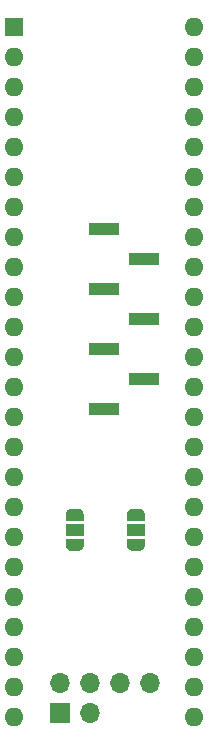
<source format=gbr>
G04 #@! TF.GenerationSoftware,KiCad,Pcbnew,(5.1.5)-3*
G04 #@! TF.CreationDate,2020-09-09T09:45:17-04:00*
G04 #@! TF.ProjectId,DIP48-XC9572XL,44495034-382d-4584-9339-353732584c2e,1*
G04 #@! TF.SameCoordinates,Original*
G04 #@! TF.FileFunction,Soldermask,Top*
G04 #@! TF.FilePolarity,Negative*
%FSLAX46Y46*%
G04 Gerber Fmt 4.6, Leading zero omitted, Abs format (unit mm)*
G04 Created by KiCad (PCBNEW (5.1.5)-3) date 2020-09-09 09:45:17*
%MOMM*%
%LPD*%
G04 APERTURE LIST*
%ADD10R,1.700000X1.700000*%
%ADD11O,1.700000X1.700000*%
%ADD12R,1.600000X1.600000*%
%ADD13O,1.600000X1.600000*%
%ADD14C,0.100000*%
%ADD15R,1.500000X1.000000*%
%ADD16R,2.510000X1.000000*%
G04 APERTURE END LIST*
D10*
X85750400Y-105930700D03*
D11*
X85750400Y-103390700D03*
X88290400Y-105930700D03*
X88290400Y-103390700D03*
X90830400Y-103390700D03*
X93370400Y-103390700D03*
D12*
X81910501Y-47803001D03*
D13*
X97150501Y-106223001D03*
X81910501Y-50343001D03*
X97150501Y-103683001D03*
X81910501Y-52883001D03*
X97150501Y-101143001D03*
X81910501Y-55423001D03*
X97150501Y-98603001D03*
X81910501Y-57963001D03*
X97150501Y-96063001D03*
X81910501Y-60503001D03*
X97150501Y-93523001D03*
X81910501Y-63043001D03*
X97150501Y-90983001D03*
X81910501Y-65583001D03*
X97150501Y-88443001D03*
X81910501Y-68123001D03*
X97150501Y-85903001D03*
X81910501Y-70663001D03*
X97150501Y-83363001D03*
X81910501Y-73203001D03*
X97150501Y-80823001D03*
X81910501Y-75743001D03*
X97150501Y-78283001D03*
X81910501Y-78283001D03*
X97150501Y-75743001D03*
X81910501Y-80823001D03*
X97150501Y-73203001D03*
X81910501Y-83363001D03*
X97150501Y-70663001D03*
X81910501Y-85903001D03*
X97150501Y-68123001D03*
X81910501Y-88443001D03*
X97150501Y-65583001D03*
X81910501Y-90983001D03*
X97150501Y-63043001D03*
X81910501Y-93523001D03*
X97150501Y-60503001D03*
X81910501Y-96063001D03*
X97150501Y-57963001D03*
X81910501Y-98603001D03*
X97150501Y-55423001D03*
X81910501Y-101143001D03*
X97150501Y-52883001D03*
X81910501Y-103683001D03*
X97150501Y-50343001D03*
X81910501Y-106223001D03*
X97150501Y-47803001D03*
D14*
G36*
X87770400Y-91135900D02*
G01*
X87770400Y-91685900D01*
X87769798Y-91685900D01*
X87769798Y-91710434D01*
X87764988Y-91759265D01*
X87755416Y-91807390D01*
X87741172Y-91854345D01*
X87722395Y-91899678D01*
X87699264Y-91942951D01*
X87672004Y-91983750D01*
X87640876Y-92021679D01*
X87606179Y-92056376D01*
X87568250Y-92087504D01*
X87527451Y-92114764D01*
X87484178Y-92137895D01*
X87438845Y-92156672D01*
X87391890Y-92170916D01*
X87343765Y-92180488D01*
X87294934Y-92185298D01*
X87270400Y-92185298D01*
X87270400Y-92185900D01*
X86770400Y-92185900D01*
X86770400Y-92185298D01*
X86745866Y-92185298D01*
X86697035Y-92180488D01*
X86648910Y-92170916D01*
X86601955Y-92156672D01*
X86556622Y-92137895D01*
X86513349Y-92114764D01*
X86472550Y-92087504D01*
X86434621Y-92056376D01*
X86399924Y-92021679D01*
X86368796Y-91983750D01*
X86341536Y-91942951D01*
X86318405Y-91899678D01*
X86299628Y-91854345D01*
X86285384Y-91807390D01*
X86275812Y-91759265D01*
X86271002Y-91710434D01*
X86271002Y-91685900D01*
X86270400Y-91685900D01*
X86270400Y-91135900D01*
X87770400Y-91135900D01*
G37*
G36*
X86271002Y-89085900D02*
G01*
X86271002Y-89061366D01*
X86275812Y-89012535D01*
X86285384Y-88964410D01*
X86299628Y-88917455D01*
X86318405Y-88872122D01*
X86341536Y-88828849D01*
X86368796Y-88788050D01*
X86399924Y-88750121D01*
X86434621Y-88715424D01*
X86472550Y-88684296D01*
X86513349Y-88657036D01*
X86556622Y-88633905D01*
X86601955Y-88615128D01*
X86648910Y-88600884D01*
X86697035Y-88591312D01*
X86745866Y-88586502D01*
X86770400Y-88586502D01*
X86770400Y-88585900D01*
X87270400Y-88585900D01*
X87270400Y-88586502D01*
X87294934Y-88586502D01*
X87343765Y-88591312D01*
X87391890Y-88600884D01*
X87438845Y-88615128D01*
X87484178Y-88633905D01*
X87527451Y-88657036D01*
X87568250Y-88684296D01*
X87606179Y-88715424D01*
X87640876Y-88750121D01*
X87672004Y-88788050D01*
X87699264Y-88828849D01*
X87722395Y-88872122D01*
X87741172Y-88917455D01*
X87755416Y-88964410D01*
X87764988Y-89012535D01*
X87769798Y-89061366D01*
X87769798Y-89085900D01*
X87770400Y-89085900D01*
X87770400Y-89635900D01*
X86270400Y-89635900D01*
X86270400Y-89085900D01*
X86271002Y-89085900D01*
G37*
D15*
X87020400Y-90385900D03*
X92202000Y-90385900D03*
D14*
G36*
X91452602Y-89085900D02*
G01*
X91452602Y-89061366D01*
X91457412Y-89012535D01*
X91466984Y-88964410D01*
X91481228Y-88917455D01*
X91500005Y-88872122D01*
X91523136Y-88828849D01*
X91550396Y-88788050D01*
X91581524Y-88750121D01*
X91616221Y-88715424D01*
X91654150Y-88684296D01*
X91694949Y-88657036D01*
X91738222Y-88633905D01*
X91783555Y-88615128D01*
X91830510Y-88600884D01*
X91878635Y-88591312D01*
X91927466Y-88586502D01*
X91952000Y-88586502D01*
X91952000Y-88585900D01*
X92452000Y-88585900D01*
X92452000Y-88586502D01*
X92476534Y-88586502D01*
X92525365Y-88591312D01*
X92573490Y-88600884D01*
X92620445Y-88615128D01*
X92665778Y-88633905D01*
X92709051Y-88657036D01*
X92749850Y-88684296D01*
X92787779Y-88715424D01*
X92822476Y-88750121D01*
X92853604Y-88788050D01*
X92880864Y-88828849D01*
X92903995Y-88872122D01*
X92922772Y-88917455D01*
X92937016Y-88964410D01*
X92946588Y-89012535D01*
X92951398Y-89061366D01*
X92951398Y-89085900D01*
X92952000Y-89085900D01*
X92952000Y-89635900D01*
X91452000Y-89635900D01*
X91452000Y-89085900D01*
X91452602Y-89085900D01*
G37*
G36*
X92952000Y-91135900D02*
G01*
X92952000Y-91685900D01*
X92951398Y-91685900D01*
X92951398Y-91710434D01*
X92946588Y-91759265D01*
X92937016Y-91807390D01*
X92922772Y-91854345D01*
X92903995Y-91899678D01*
X92880864Y-91942951D01*
X92853604Y-91983750D01*
X92822476Y-92021679D01*
X92787779Y-92056376D01*
X92749850Y-92087504D01*
X92709051Y-92114764D01*
X92665778Y-92137895D01*
X92620445Y-92156672D01*
X92573490Y-92170916D01*
X92525365Y-92180488D01*
X92476534Y-92185298D01*
X92452000Y-92185298D01*
X92452000Y-92185900D01*
X91952000Y-92185900D01*
X91952000Y-92185298D01*
X91927466Y-92185298D01*
X91878635Y-92180488D01*
X91830510Y-92170916D01*
X91783555Y-92156672D01*
X91738222Y-92137895D01*
X91694949Y-92114764D01*
X91654150Y-92087504D01*
X91616221Y-92056376D01*
X91581524Y-92021679D01*
X91550396Y-91983750D01*
X91523136Y-91942951D01*
X91500005Y-91899678D01*
X91481228Y-91854345D01*
X91466984Y-91807390D01*
X91457412Y-91759265D01*
X91452602Y-91710434D01*
X91452602Y-91685900D01*
X91452000Y-91685900D01*
X91452000Y-91135900D01*
X92952000Y-91135900D01*
G37*
D16*
X92841000Y-77597000D03*
X92841000Y-72517000D03*
X92841000Y-67437000D03*
X89531000Y-80137000D03*
X89531000Y-75057000D03*
X89531000Y-69977000D03*
X89531000Y-64897000D03*
M02*

</source>
